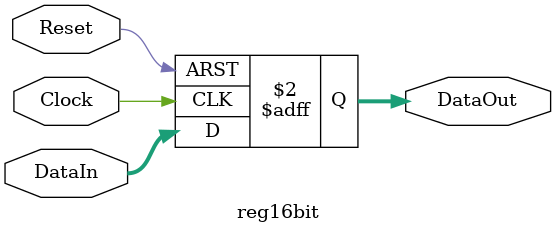
<source format=v>
module reg16bitWriteEnable(DataOut, DataIn, WriteEnable, Reset, Clock);
	input [15:0]  DataIn;
	input Clock, Reset, WriteEnable;

	output [15:0] DataOut;

	reg [15:0] DataOut;

	always @ (posedge Clock or posedge Reset )
        begin
	 if( Reset )
		DataOut <=  0;	//Clear the register when Reset = 1
	 else
	    if ( WriteEnable )
		DataOut <=  DataIn;
         end

endmodule

module reg16bit(DataOut, DataIn, Reset, Clock);
	input [15:0]  DataIn;
	input Clock, Reset;

	output [15:0] DataOut;

	reg [15:0] DataOut;

	always @ (posedge Clock or posedge Reset )
        begin
	 if( Reset )
		DataOut <=  0;	//Clear the register when Reset = 1
	 else
		DataOut <=  DataIn;
         end

endmodule
</source>
